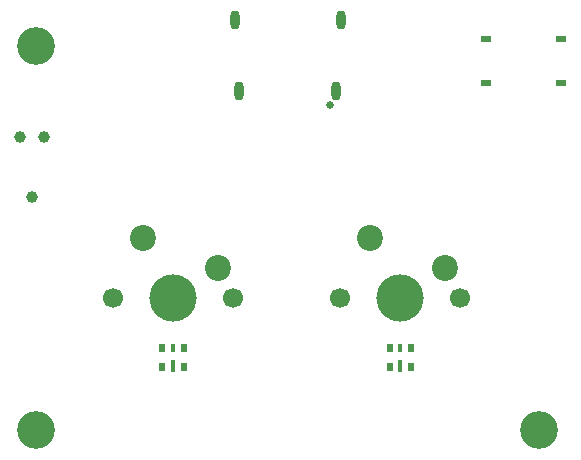
<source format=gbs>
G04 #@! TF.GenerationSoftware,KiCad,Pcbnew,(5.1.10)-1*
G04 #@! TF.CreationDate,2021-07-28T20:54:02-07:00*
G04 #@! TF.ProjectId,twokey,74776f6b-6579-42e6-9b69-6361645f7063,rev?*
G04 #@! TF.SameCoordinates,Original*
G04 #@! TF.FileFunction,Soldermask,Bot*
G04 #@! TF.FilePolarity,Negative*
%FSLAX46Y46*%
G04 Gerber Fmt 4.6, Leading zero omitted, Abs format (unit mm)*
G04 Created by KiCad (PCBNEW (5.1.10)-1) date 2021-07-28 20:54:02*
%MOMM*%
%LPD*%
G01*
G04 APERTURE LIST*
%ADD10O,0.800000X1.600000*%
%ADD11C,0.650000*%
%ADD12C,3.200000*%
%ADD13R,0.600000X0.800000*%
%ADD14R,0.400000X0.800000*%
%ADD15R,0.400000X1.000000*%
%ADD16C,0.991000*%
%ADD17R,0.952500X0.558800*%
%ADD18C,2.200000*%
%ADD19C,4.000000*%
%ADD20C,1.700000*%
G04 APERTURE END LIST*
D10*
X4490000Y18450000D03*
X-4490000Y18450000D03*
X-4130000Y12500000D03*
X4130000Y12500000D03*
D11*
X3600000Y11250000D03*
D12*
X-21300000Y16250000D03*
X-21300000Y-16250000D03*
X21300000Y-16250000D03*
D13*
X8650000Y-9300000D03*
D14*
X9550000Y-9300000D03*
D13*
X10450000Y-9300000D03*
X8650000Y-10900000D03*
D15*
X9550000Y-10800000D03*
D13*
X10450000Y-10900000D03*
X-8800000Y-10900000D03*
D15*
X-9700000Y-10800000D03*
D13*
X-10600000Y-10900000D03*
X-8800000Y-9300000D03*
D14*
X-9700000Y-9300000D03*
D13*
X-10600000Y-9300000D03*
D16*
X-21666200Y3530600D03*
X-22681200Y8610600D03*
X-20651200Y8610600D03*
D17*
X16818650Y13145800D03*
X16818650Y16854200D03*
X23181350Y16854200D03*
X23181350Y13145800D03*
D18*
X7000000Y0D03*
X13350000Y-2540000D03*
D19*
X9540000Y-5080000D03*
D20*
X14620000Y-5080000D03*
X4460000Y-5080000D03*
X-14740000Y-5080000D03*
X-4580000Y-5080000D03*
D19*
X-9660000Y-5080000D03*
D18*
X-5850000Y-2540000D03*
X-12200000Y0D03*
M02*

</source>
